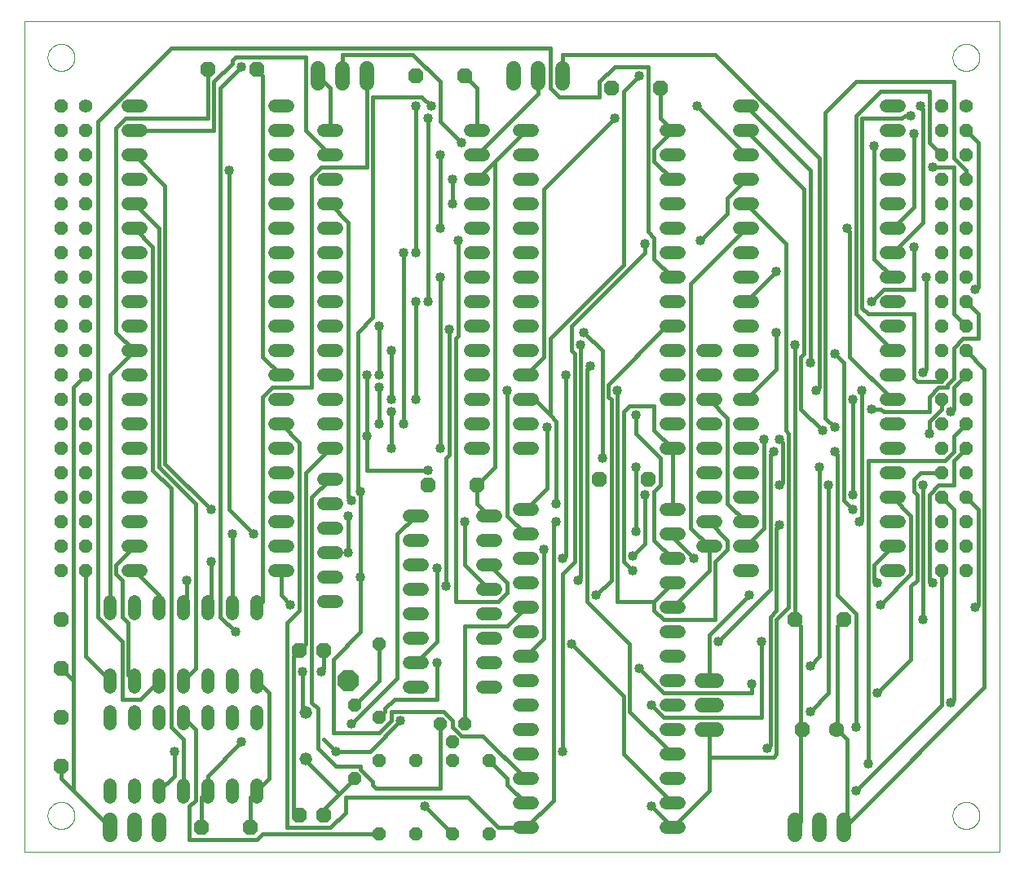
<source format=gbl>
G75*
%MOIN*%
%OFA0B0*%
%FSLAX25Y25*%
%IPPOS*%
%LPD*%
%AMOC8*
5,1,8,0,0,1.08239X$1,22.5*
%
%ADD10C,0.00000*%
%ADD11C,0.05200*%
%ADD12C,0.05600*%
%ADD13OC8,0.05600*%
%ADD14C,0.06000*%
%ADD15C,0.05200*%
%ADD16OC8,0.05200*%
%ADD17OC8,0.06300*%
%ADD18C,0.06300*%
%ADD19OC8,0.08500*%
%ADD20C,0.01600*%
%ADD21C,0.04000*%
D10*
X0001500Y0009721D02*
X0001500Y0349682D01*
X0400201Y0349682D01*
X0400201Y0009721D01*
X0001500Y0009721D01*
X0010988Y0024721D02*
X0010990Y0024869D01*
X0010996Y0025017D01*
X0011006Y0025165D01*
X0011020Y0025312D01*
X0011038Y0025459D01*
X0011059Y0025605D01*
X0011085Y0025751D01*
X0011115Y0025896D01*
X0011148Y0026040D01*
X0011186Y0026183D01*
X0011227Y0026325D01*
X0011272Y0026466D01*
X0011320Y0026606D01*
X0011373Y0026745D01*
X0011429Y0026882D01*
X0011489Y0027017D01*
X0011552Y0027151D01*
X0011619Y0027283D01*
X0011690Y0027413D01*
X0011764Y0027541D01*
X0011841Y0027667D01*
X0011922Y0027791D01*
X0012006Y0027913D01*
X0012093Y0028032D01*
X0012184Y0028149D01*
X0012278Y0028264D01*
X0012374Y0028376D01*
X0012474Y0028486D01*
X0012576Y0028592D01*
X0012682Y0028696D01*
X0012790Y0028797D01*
X0012901Y0028895D01*
X0013014Y0028991D01*
X0013130Y0029083D01*
X0013248Y0029172D01*
X0013369Y0029257D01*
X0013492Y0029340D01*
X0013617Y0029419D01*
X0013744Y0029495D01*
X0013873Y0029567D01*
X0014004Y0029636D01*
X0014137Y0029701D01*
X0014272Y0029762D01*
X0014408Y0029820D01*
X0014545Y0029875D01*
X0014684Y0029925D01*
X0014825Y0029972D01*
X0014966Y0030015D01*
X0015109Y0030055D01*
X0015253Y0030090D01*
X0015397Y0030122D01*
X0015543Y0030149D01*
X0015689Y0030173D01*
X0015836Y0030193D01*
X0015983Y0030209D01*
X0016130Y0030221D01*
X0016278Y0030229D01*
X0016426Y0030233D01*
X0016574Y0030233D01*
X0016722Y0030229D01*
X0016870Y0030221D01*
X0017017Y0030209D01*
X0017164Y0030193D01*
X0017311Y0030173D01*
X0017457Y0030149D01*
X0017603Y0030122D01*
X0017747Y0030090D01*
X0017891Y0030055D01*
X0018034Y0030015D01*
X0018175Y0029972D01*
X0018316Y0029925D01*
X0018455Y0029875D01*
X0018592Y0029820D01*
X0018728Y0029762D01*
X0018863Y0029701D01*
X0018996Y0029636D01*
X0019127Y0029567D01*
X0019256Y0029495D01*
X0019383Y0029419D01*
X0019508Y0029340D01*
X0019631Y0029257D01*
X0019752Y0029172D01*
X0019870Y0029083D01*
X0019986Y0028991D01*
X0020099Y0028895D01*
X0020210Y0028797D01*
X0020318Y0028696D01*
X0020424Y0028592D01*
X0020526Y0028486D01*
X0020626Y0028376D01*
X0020722Y0028264D01*
X0020816Y0028149D01*
X0020907Y0028032D01*
X0020994Y0027913D01*
X0021078Y0027791D01*
X0021159Y0027667D01*
X0021236Y0027541D01*
X0021310Y0027413D01*
X0021381Y0027283D01*
X0021448Y0027151D01*
X0021511Y0027017D01*
X0021571Y0026882D01*
X0021627Y0026745D01*
X0021680Y0026606D01*
X0021728Y0026466D01*
X0021773Y0026325D01*
X0021814Y0026183D01*
X0021852Y0026040D01*
X0021885Y0025896D01*
X0021915Y0025751D01*
X0021941Y0025605D01*
X0021962Y0025459D01*
X0021980Y0025312D01*
X0021994Y0025165D01*
X0022004Y0025017D01*
X0022010Y0024869D01*
X0022012Y0024721D01*
X0022010Y0024573D01*
X0022004Y0024425D01*
X0021994Y0024277D01*
X0021980Y0024130D01*
X0021962Y0023983D01*
X0021941Y0023837D01*
X0021915Y0023691D01*
X0021885Y0023546D01*
X0021852Y0023402D01*
X0021814Y0023259D01*
X0021773Y0023117D01*
X0021728Y0022976D01*
X0021680Y0022836D01*
X0021627Y0022697D01*
X0021571Y0022560D01*
X0021511Y0022425D01*
X0021448Y0022291D01*
X0021381Y0022159D01*
X0021310Y0022029D01*
X0021236Y0021901D01*
X0021159Y0021775D01*
X0021078Y0021651D01*
X0020994Y0021529D01*
X0020907Y0021410D01*
X0020816Y0021293D01*
X0020722Y0021178D01*
X0020626Y0021066D01*
X0020526Y0020956D01*
X0020424Y0020850D01*
X0020318Y0020746D01*
X0020210Y0020645D01*
X0020099Y0020547D01*
X0019986Y0020451D01*
X0019870Y0020359D01*
X0019752Y0020270D01*
X0019631Y0020185D01*
X0019508Y0020102D01*
X0019383Y0020023D01*
X0019256Y0019947D01*
X0019127Y0019875D01*
X0018996Y0019806D01*
X0018863Y0019741D01*
X0018728Y0019680D01*
X0018592Y0019622D01*
X0018455Y0019567D01*
X0018316Y0019517D01*
X0018175Y0019470D01*
X0018034Y0019427D01*
X0017891Y0019387D01*
X0017747Y0019352D01*
X0017603Y0019320D01*
X0017457Y0019293D01*
X0017311Y0019269D01*
X0017164Y0019249D01*
X0017017Y0019233D01*
X0016870Y0019221D01*
X0016722Y0019213D01*
X0016574Y0019209D01*
X0016426Y0019209D01*
X0016278Y0019213D01*
X0016130Y0019221D01*
X0015983Y0019233D01*
X0015836Y0019249D01*
X0015689Y0019269D01*
X0015543Y0019293D01*
X0015397Y0019320D01*
X0015253Y0019352D01*
X0015109Y0019387D01*
X0014966Y0019427D01*
X0014825Y0019470D01*
X0014684Y0019517D01*
X0014545Y0019567D01*
X0014408Y0019622D01*
X0014272Y0019680D01*
X0014137Y0019741D01*
X0014004Y0019806D01*
X0013873Y0019875D01*
X0013744Y0019947D01*
X0013617Y0020023D01*
X0013492Y0020102D01*
X0013369Y0020185D01*
X0013248Y0020270D01*
X0013130Y0020359D01*
X0013014Y0020451D01*
X0012901Y0020547D01*
X0012790Y0020645D01*
X0012682Y0020746D01*
X0012576Y0020850D01*
X0012474Y0020956D01*
X0012374Y0021066D01*
X0012278Y0021178D01*
X0012184Y0021293D01*
X0012093Y0021410D01*
X0012006Y0021529D01*
X0011922Y0021651D01*
X0011841Y0021775D01*
X0011764Y0021901D01*
X0011690Y0022029D01*
X0011619Y0022159D01*
X0011552Y0022291D01*
X0011489Y0022425D01*
X0011429Y0022560D01*
X0011373Y0022697D01*
X0011320Y0022836D01*
X0011272Y0022976D01*
X0011227Y0023117D01*
X0011186Y0023259D01*
X0011148Y0023402D01*
X0011115Y0023546D01*
X0011085Y0023691D01*
X0011059Y0023837D01*
X0011038Y0023983D01*
X0011020Y0024130D01*
X0011006Y0024277D01*
X0010996Y0024425D01*
X0010990Y0024573D01*
X0010988Y0024721D01*
X0010988Y0334721D02*
X0010990Y0334869D01*
X0010996Y0335017D01*
X0011006Y0335165D01*
X0011020Y0335312D01*
X0011038Y0335459D01*
X0011059Y0335605D01*
X0011085Y0335751D01*
X0011115Y0335896D01*
X0011148Y0336040D01*
X0011186Y0336183D01*
X0011227Y0336325D01*
X0011272Y0336466D01*
X0011320Y0336606D01*
X0011373Y0336745D01*
X0011429Y0336882D01*
X0011489Y0337017D01*
X0011552Y0337151D01*
X0011619Y0337283D01*
X0011690Y0337413D01*
X0011764Y0337541D01*
X0011841Y0337667D01*
X0011922Y0337791D01*
X0012006Y0337913D01*
X0012093Y0338032D01*
X0012184Y0338149D01*
X0012278Y0338264D01*
X0012374Y0338376D01*
X0012474Y0338486D01*
X0012576Y0338592D01*
X0012682Y0338696D01*
X0012790Y0338797D01*
X0012901Y0338895D01*
X0013014Y0338991D01*
X0013130Y0339083D01*
X0013248Y0339172D01*
X0013369Y0339257D01*
X0013492Y0339340D01*
X0013617Y0339419D01*
X0013744Y0339495D01*
X0013873Y0339567D01*
X0014004Y0339636D01*
X0014137Y0339701D01*
X0014272Y0339762D01*
X0014408Y0339820D01*
X0014545Y0339875D01*
X0014684Y0339925D01*
X0014825Y0339972D01*
X0014966Y0340015D01*
X0015109Y0340055D01*
X0015253Y0340090D01*
X0015397Y0340122D01*
X0015543Y0340149D01*
X0015689Y0340173D01*
X0015836Y0340193D01*
X0015983Y0340209D01*
X0016130Y0340221D01*
X0016278Y0340229D01*
X0016426Y0340233D01*
X0016574Y0340233D01*
X0016722Y0340229D01*
X0016870Y0340221D01*
X0017017Y0340209D01*
X0017164Y0340193D01*
X0017311Y0340173D01*
X0017457Y0340149D01*
X0017603Y0340122D01*
X0017747Y0340090D01*
X0017891Y0340055D01*
X0018034Y0340015D01*
X0018175Y0339972D01*
X0018316Y0339925D01*
X0018455Y0339875D01*
X0018592Y0339820D01*
X0018728Y0339762D01*
X0018863Y0339701D01*
X0018996Y0339636D01*
X0019127Y0339567D01*
X0019256Y0339495D01*
X0019383Y0339419D01*
X0019508Y0339340D01*
X0019631Y0339257D01*
X0019752Y0339172D01*
X0019870Y0339083D01*
X0019986Y0338991D01*
X0020099Y0338895D01*
X0020210Y0338797D01*
X0020318Y0338696D01*
X0020424Y0338592D01*
X0020526Y0338486D01*
X0020626Y0338376D01*
X0020722Y0338264D01*
X0020816Y0338149D01*
X0020907Y0338032D01*
X0020994Y0337913D01*
X0021078Y0337791D01*
X0021159Y0337667D01*
X0021236Y0337541D01*
X0021310Y0337413D01*
X0021381Y0337283D01*
X0021448Y0337151D01*
X0021511Y0337017D01*
X0021571Y0336882D01*
X0021627Y0336745D01*
X0021680Y0336606D01*
X0021728Y0336466D01*
X0021773Y0336325D01*
X0021814Y0336183D01*
X0021852Y0336040D01*
X0021885Y0335896D01*
X0021915Y0335751D01*
X0021941Y0335605D01*
X0021962Y0335459D01*
X0021980Y0335312D01*
X0021994Y0335165D01*
X0022004Y0335017D01*
X0022010Y0334869D01*
X0022012Y0334721D01*
X0022010Y0334573D01*
X0022004Y0334425D01*
X0021994Y0334277D01*
X0021980Y0334130D01*
X0021962Y0333983D01*
X0021941Y0333837D01*
X0021915Y0333691D01*
X0021885Y0333546D01*
X0021852Y0333402D01*
X0021814Y0333259D01*
X0021773Y0333117D01*
X0021728Y0332976D01*
X0021680Y0332836D01*
X0021627Y0332697D01*
X0021571Y0332560D01*
X0021511Y0332425D01*
X0021448Y0332291D01*
X0021381Y0332159D01*
X0021310Y0332029D01*
X0021236Y0331901D01*
X0021159Y0331775D01*
X0021078Y0331651D01*
X0020994Y0331529D01*
X0020907Y0331410D01*
X0020816Y0331293D01*
X0020722Y0331178D01*
X0020626Y0331066D01*
X0020526Y0330956D01*
X0020424Y0330850D01*
X0020318Y0330746D01*
X0020210Y0330645D01*
X0020099Y0330547D01*
X0019986Y0330451D01*
X0019870Y0330359D01*
X0019752Y0330270D01*
X0019631Y0330185D01*
X0019508Y0330102D01*
X0019383Y0330023D01*
X0019256Y0329947D01*
X0019127Y0329875D01*
X0018996Y0329806D01*
X0018863Y0329741D01*
X0018728Y0329680D01*
X0018592Y0329622D01*
X0018455Y0329567D01*
X0018316Y0329517D01*
X0018175Y0329470D01*
X0018034Y0329427D01*
X0017891Y0329387D01*
X0017747Y0329352D01*
X0017603Y0329320D01*
X0017457Y0329293D01*
X0017311Y0329269D01*
X0017164Y0329249D01*
X0017017Y0329233D01*
X0016870Y0329221D01*
X0016722Y0329213D01*
X0016574Y0329209D01*
X0016426Y0329209D01*
X0016278Y0329213D01*
X0016130Y0329221D01*
X0015983Y0329233D01*
X0015836Y0329249D01*
X0015689Y0329269D01*
X0015543Y0329293D01*
X0015397Y0329320D01*
X0015253Y0329352D01*
X0015109Y0329387D01*
X0014966Y0329427D01*
X0014825Y0329470D01*
X0014684Y0329517D01*
X0014545Y0329567D01*
X0014408Y0329622D01*
X0014272Y0329680D01*
X0014137Y0329741D01*
X0014004Y0329806D01*
X0013873Y0329875D01*
X0013744Y0329947D01*
X0013617Y0330023D01*
X0013492Y0330102D01*
X0013369Y0330185D01*
X0013248Y0330270D01*
X0013130Y0330359D01*
X0013014Y0330451D01*
X0012901Y0330547D01*
X0012790Y0330645D01*
X0012682Y0330746D01*
X0012576Y0330850D01*
X0012474Y0330956D01*
X0012374Y0331066D01*
X0012278Y0331178D01*
X0012184Y0331293D01*
X0012093Y0331410D01*
X0012006Y0331529D01*
X0011922Y0331651D01*
X0011841Y0331775D01*
X0011764Y0331901D01*
X0011690Y0332029D01*
X0011619Y0332159D01*
X0011552Y0332291D01*
X0011489Y0332425D01*
X0011429Y0332560D01*
X0011373Y0332697D01*
X0011320Y0332836D01*
X0011272Y0332976D01*
X0011227Y0333117D01*
X0011186Y0333259D01*
X0011148Y0333402D01*
X0011115Y0333546D01*
X0011085Y0333691D01*
X0011059Y0333837D01*
X0011038Y0333983D01*
X0011020Y0334130D01*
X0011006Y0334277D01*
X0010996Y0334425D01*
X0010990Y0334573D01*
X0010988Y0334721D01*
X0380988Y0334721D02*
X0380990Y0334869D01*
X0380996Y0335017D01*
X0381006Y0335165D01*
X0381020Y0335312D01*
X0381038Y0335459D01*
X0381059Y0335605D01*
X0381085Y0335751D01*
X0381115Y0335896D01*
X0381148Y0336040D01*
X0381186Y0336183D01*
X0381227Y0336325D01*
X0381272Y0336466D01*
X0381320Y0336606D01*
X0381373Y0336745D01*
X0381429Y0336882D01*
X0381489Y0337017D01*
X0381552Y0337151D01*
X0381619Y0337283D01*
X0381690Y0337413D01*
X0381764Y0337541D01*
X0381841Y0337667D01*
X0381922Y0337791D01*
X0382006Y0337913D01*
X0382093Y0338032D01*
X0382184Y0338149D01*
X0382278Y0338264D01*
X0382374Y0338376D01*
X0382474Y0338486D01*
X0382576Y0338592D01*
X0382682Y0338696D01*
X0382790Y0338797D01*
X0382901Y0338895D01*
X0383014Y0338991D01*
X0383130Y0339083D01*
X0383248Y0339172D01*
X0383369Y0339257D01*
X0383492Y0339340D01*
X0383617Y0339419D01*
X0383744Y0339495D01*
X0383873Y0339567D01*
X0384004Y0339636D01*
X0384137Y0339701D01*
X0384272Y0339762D01*
X0384408Y0339820D01*
X0384545Y0339875D01*
X0384684Y0339925D01*
X0384825Y0339972D01*
X0384966Y0340015D01*
X0385109Y0340055D01*
X0385253Y0340090D01*
X0385397Y0340122D01*
X0385543Y0340149D01*
X0385689Y0340173D01*
X0385836Y0340193D01*
X0385983Y0340209D01*
X0386130Y0340221D01*
X0386278Y0340229D01*
X0386426Y0340233D01*
X0386574Y0340233D01*
X0386722Y0340229D01*
X0386870Y0340221D01*
X0387017Y0340209D01*
X0387164Y0340193D01*
X0387311Y0340173D01*
X0387457Y0340149D01*
X0387603Y0340122D01*
X0387747Y0340090D01*
X0387891Y0340055D01*
X0388034Y0340015D01*
X0388175Y0339972D01*
X0388316Y0339925D01*
X0388455Y0339875D01*
X0388592Y0339820D01*
X0388728Y0339762D01*
X0388863Y0339701D01*
X0388996Y0339636D01*
X0389127Y0339567D01*
X0389256Y0339495D01*
X0389383Y0339419D01*
X0389508Y0339340D01*
X0389631Y0339257D01*
X0389752Y0339172D01*
X0389870Y0339083D01*
X0389986Y0338991D01*
X0390099Y0338895D01*
X0390210Y0338797D01*
X0390318Y0338696D01*
X0390424Y0338592D01*
X0390526Y0338486D01*
X0390626Y0338376D01*
X0390722Y0338264D01*
X0390816Y0338149D01*
X0390907Y0338032D01*
X0390994Y0337913D01*
X0391078Y0337791D01*
X0391159Y0337667D01*
X0391236Y0337541D01*
X0391310Y0337413D01*
X0391381Y0337283D01*
X0391448Y0337151D01*
X0391511Y0337017D01*
X0391571Y0336882D01*
X0391627Y0336745D01*
X0391680Y0336606D01*
X0391728Y0336466D01*
X0391773Y0336325D01*
X0391814Y0336183D01*
X0391852Y0336040D01*
X0391885Y0335896D01*
X0391915Y0335751D01*
X0391941Y0335605D01*
X0391962Y0335459D01*
X0391980Y0335312D01*
X0391994Y0335165D01*
X0392004Y0335017D01*
X0392010Y0334869D01*
X0392012Y0334721D01*
X0392010Y0334573D01*
X0392004Y0334425D01*
X0391994Y0334277D01*
X0391980Y0334130D01*
X0391962Y0333983D01*
X0391941Y0333837D01*
X0391915Y0333691D01*
X0391885Y0333546D01*
X0391852Y0333402D01*
X0391814Y0333259D01*
X0391773Y0333117D01*
X0391728Y0332976D01*
X0391680Y0332836D01*
X0391627Y0332697D01*
X0391571Y0332560D01*
X0391511Y0332425D01*
X0391448Y0332291D01*
X0391381Y0332159D01*
X0391310Y0332029D01*
X0391236Y0331901D01*
X0391159Y0331775D01*
X0391078Y0331651D01*
X0390994Y0331529D01*
X0390907Y0331410D01*
X0390816Y0331293D01*
X0390722Y0331178D01*
X0390626Y0331066D01*
X0390526Y0330956D01*
X0390424Y0330850D01*
X0390318Y0330746D01*
X0390210Y0330645D01*
X0390099Y0330547D01*
X0389986Y0330451D01*
X0389870Y0330359D01*
X0389752Y0330270D01*
X0389631Y0330185D01*
X0389508Y0330102D01*
X0389383Y0330023D01*
X0389256Y0329947D01*
X0389127Y0329875D01*
X0388996Y0329806D01*
X0388863Y0329741D01*
X0388728Y0329680D01*
X0388592Y0329622D01*
X0388455Y0329567D01*
X0388316Y0329517D01*
X0388175Y0329470D01*
X0388034Y0329427D01*
X0387891Y0329387D01*
X0387747Y0329352D01*
X0387603Y0329320D01*
X0387457Y0329293D01*
X0387311Y0329269D01*
X0387164Y0329249D01*
X0387017Y0329233D01*
X0386870Y0329221D01*
X0386722Y0329213D01*
X0386574Y0329209D01*
X0386426Y0329209D01*
X0386278Y0329213D01*
X0386130Y0329221D01*
X0385983Y0329233D01*
X0385836Y0329249D01*
X0385689Y0329269D01*
X0385543Y0329293D01*
X0385397Y0329320D01*
X0385253Y0329352D01*
X0385109Y0329387D01*
X0384966Y0329427D01*
X0384825Y0329470D01*
X0384684Y0329517D01*
X0384545Y0329567D01*
X0384408Y0329622D01*
X0384272Y0329680D01*
X0384137Y0329741D01*
X0384004Y0329806D01*
X0383873Y0329875D01*
X0383744Y0329947D01*
X0383617Y0330023D01*
X0383492Y0330102D01*
X0383369Y0330185D01*
X0383248Y0330270D01*
X0383130Y0330359D01*
X0383014Y0330451D01*
X0382901Y0330547D01*
X0382790Y0330645D01*
X0382682Y0330746D01*
X0382576Y0330850D01*
X0382474Y0330956D01*
X0382374Y0331066D01*
X0382278Y0331178D01*
X0382184Y0331293D01*
X0382093Y0331410D01*
X0382006Y0331529D01*
X0381922Y0331651D01*
X0381841Y0331775D01*
X0381764Y0331901D01*
X0381690Y0332029D01*
X0381619Y0332159D01*
X0381552Y0332291D01*
X0381489Y0332425D01*
X0381429Y0332560D01*
X0381373Y0332697D01*
X0381320Y0332836D01*
X0381272Y0332976D01*
X0381227Y0333117D01*
X0381186Y0333259D01*
X0381148Y0333402D01*
X0381115Y0333546D01*
X0381085Y0333691D01*
X0381059Y0333837D01*
X0381038Y0333983D01*
X0381020Y0334130D01*
X0381006Y0334277D01*
X0380996Y0334425D01*
X0380990Y0334573D01*
X0380988Y0334721D01*
X0380988Y0024721D02*
X0380990Y0024869D01*
X0380996Y0025017D01*
X0381006Y0025165D01*
X0381020Y0025312D01*
X0381038Y0025459D01*
X0381059Y0025605D01*
X0381085Y0025751D01*
X0381115Y0025896D01*
X0381148Y0026040D01*
X0381186Y0026183D01*
X0381227Y0026325D01*
X0381272Y0026466D01*
X0381320Y0026606D01*
X0381373Y0026745D01*
X0381429Y0026882D01*
X0381489Y0027017D01*
X0381552Y0027151D01*
X0381619Y0027283D01*
X0381690Y0027413D01*
X0381764Y0027541D01*
X0381841Y0027667D01*
X0381922Y0027791D01*
X0382006Y0027913D01*
X0382093Y0028032D01*
X0382184Y0028149D01*
X0382278Y0028264D01*
X0382374Y0028376D01*
X0382474Y0028486D01*
X0382576Y0028592D01*
X0382682Y0028696D01*
X0382790Y0028797D01*
X0382901Y0028895D01*
X0383014Y0028991D01*
X0383130Y0029083D01*
X0383248Y0029172D01*
X0383369Y0029257D01*
X0383492Y0029340D01*
X0383617Y0029419D01*
X0383744Y0029495D01*
X0383873Y0029567D01*
X0384004Y0029636D01*
X0384137Y0029701D01*
X0384272Y0029762D01*
X0384408Y0029820D01*
X0384545Y0029875D01*
X0384684Y0029925D01*
X0384825Y0029972D01*
X0384966Y0030015D01*
X0385109Y0030055D01*
X0385253Y0030090D01*
X0385397Y0030122D01*
X0385543Y0030149D01*
X0385689Y0030173D01*
X0385836Y0030193D01*
X0385983Y0030209D01*
X0386130Y0030221D01*
X0386278Y0030229D01*
X0386426Y0030233D01*
X0386574Y0030233D01*
X0386722Y0030229D01*
X0386870Y0030221D01*
X0387017Y0030209D01*
X0387164Y0030193D01*
X0387311Y0030173D01*
X0387457Y0030149D01*
X0387603Y0030122D01*
X0387747Y0030090D01*
X0387891Y0030055D01*
X0388034Y0030015D01*
X0388175Y0029972D01*
X0388316Y0029925D01*
X0388455Y0029875D01*
X0388592Y0029820D01*
X0388728Y0029762D01*
X0388863Y0029701D01*
X0388996Y0029636D01*
X0389127Y0029567D01*
X0389256Y0029495D01*
X0389383Y0029419D01*
X0389508Y0029340D01*
X0389631Y0029257D01*
X0389752Y0029172D01*
X0389870Y0029083D01*
X0389986Y0028991D01*
X0390099Y0028895D01*
X0390210Y0028797D01*
X0390318Y0028696D01*
X0390424Y0028592D01*
X0390526Y0028486D01*
X0390626Y0028376D01*
X0390722Y0028264D01*
X0390816Y0028149D01*
X0390907Y0028032D01*
X0390994Y0027913D01*
X0391078Y0027791D01*
X0391159Y0027667D01*
X0391236Y0027541D01*
X0391310Y0027413D01*
X0391381Y0027283D01*
X0391448Y0027151D01*
X0391511Y0027017D01*
X0391571Y0026882D01*
X0391627Y0026745D01*
X0391680Y0026606D01*
X0391728Y0026466D01*
X0391773Y0026325D01*
X0391814Y0026183D01*
X0391852Y0026040D01*
X0391885Y0025896D01*
X0391915Y0025751D01*
X0391941Y0025605D01*
X0391962Y0025459D01*
X0391980Y0025312D01*
X0391994Y0025165D01*
X0392004Y0025017D01*
X0392010Y0024869D01*
X0392012Y0024721D01*
X0392010Y0024573D01*
X0392004Y0024425D01*
X0391994Y0024277D01*
X0391980Y0024130D01*
X0391962Y0023983D01*
X0391941Y0023837D01*
X0391915Y0023691D01*
X0391885Y0023546D01*
X0391852Y0023402D01*
X0391814Y0023259D01*
X0391773Y0023117D01*
X0391728Y0022976D01*
X0391680Y0022836D01*
X0391627Y0022697D01*
X0391571Y0022560D01*
X0391511Y0022425D01*
X0391448Y0022291D01*
X0391381Y0022159D01*
X0391310Y0022029D01*
X0391236Y0021901D01*
X0391159Y0021775D01*
X0391078Y0021651D01*
X0390994Y0021529D01*
X0390907Y0021410D01*
X0390816Y0021293D01*
X0390722Y0021178D01*
X0390626Y0021066D01*
X0390526Y0020956D01*
X0390424Y0020850D01*
X0390318Y0020746D01*
X0390210Y0020645D01*
X0390099Y0020547D01*
X0389986Y0020451D01*
X0389870Y0020359D01*
X0389752Y0020270D01*
X0389631Y0020185D01*
X0389508Y0020102D01*
X0389383Y0020023D01*
X0389256Y0019947D01*
X0389127Y0019875D01*
X0388996Y0019806D01*
X0388863Y0019741D01*
X0388728Y0019680D01*
X0388592Y0019622D01*
X0388455Y0019567D01*
X0388316Y0019517D01*
X0388175Y0019470D01*
X0388034Y0019427D01*
X0387891Y0019387D01*
X0387747Y0019352D01*
X0387603Y0019320D01*
X0387457Y0019293D01*
X0387311Y0019269D01*
X0387164Y0019249D01*
X0387017Y0019233D01*
X0386870Y0019221D01*
X0386722Y0019213D01*
X0386574Y0019209D01*
X0386426Y0019209D01*
X0386278Y0019213D01*
X0386130Y0019221D01*
X0385983Y0019233D01*
X0385836Y0019249D01*
X0385689Y0019269D01*
X0385543Y0019293D01*
X0385397Y0019320D01*
X0385253Y0019352D01*
X0385109Y0019387D01*
X0384966Y0019427D01*
X0384825Y0019470D01*
X0384684Y0019517D01*
X0384545Y0019567D01*
X0384408Y0019622D01*
X0384272Y0019680D01*
X0384137Y0019741D01*
X0384004Y0019806D01*
X0383873Y0019875D01*
X0383744Y0019947D01*
X0383617Y0020023D01*
X0383492Y0020102D01*
X0383369Y0020185D01*
X0383248Y0020270D01*
X0383130Y0020359D01*
X0383014Y0020451D01*
X0382901Y0020547D01*
X0382790Y0020645D01*
X0382682Y0020746D01*
X0382576Y0020850D01*
X0382474Y0020956D01*
X0382374Y0021066D01*
X0382278Y0021178D01*
X0382184Y0021293D01*
X0382093Y0021410D01*
X0382006Y0021529D01*
X0381922Y0021651D01*
X0381841Y0021775D01*
X0381764Y0021901D01*
X0381690Y0022029D01*
X0381619Y0022159D01*
X0381552Y0022291D01*
X0381489Y0022425D01*
X0381429Y0022560D01*
X0381373Y0022697D01*
X0381320Y0022836D01*
X0381272Y0022976D01*
X0381227Y0023117D01*
X0381186Y0023259D01*
X0381148Y0023402D01*
X0381115Y0023546D01*
X0381085Y0023691D01*
X0381059Y0023837D01*
X0381038Y0023983D01*
X0381020Y0024130D01*
X0381006Y0024277D01*
X0380996Y0024425D01*
X0380990Y0024573D01*
X0380988Y0024721D01*
D11*
X0359100Y0124721D02*
X0353900Y0124721D01*
X0353900Y0134721D02*
X0359100Y0134721D01*
X0359100Y0144721D02*
X0353900Y0144721D01*
X0353900Y0154721D02*
X0359100Y0154721D01*
X0359100Y0164721D02*
X0353900Y0164721D01*
X0353900Y0174721D02*
X0359100Y0174721D01*
X0359100Y0184721D02*
X0353900Y0184721D01*
X0353900Y0194721D02*
X0359100Y0194721D01*
X0359100Y0204721D02*
X0353900Y0204721D01*
X0353900Y0214721D02*
X0359100Y0214721D01*
X0359100Y0224721D02*
X0353900Y0224721D01*
X0353900Y0234721D02*
X0359100Y0234721D01*
X0359100Y0244721D02*
X0353900Y0244721D01*
X0353900Y0254721D02*
X0359100Y0254721D01*
X0359100Y0264721D02*
X0353900Y0264721D01*
X0353900Y0274721D02*
X0359100Y0274721D01*
X0359100Y0284721D02*
X0353900Y0284721D01*
X0353900Y0294721D02*
X0359100Y0294721D01*
X0359100Y0304721D02*
X0353900Y0304721D01*
X0353900Y0314721D02*
X0359100Y0314721D01*
X0299100Y0314721D02*
X0293900Y0314721D01*
X0293900Y0304721D02*
X0299100Y0304721D01*
X0299100Y0294721D02*
X0293900Y0294721D01*
X0293900Y0284721D02*
X0299100Y0284721D01*
X0299100Y0274721D02*
X0293900Y0274721D01*
X0293900Y0264721D02*
X0299100Y0264721D01*
X0299100Y0254721D02*
X0293900Y0254721D01*
X0293900Y0244721D02*
X0299100Y0244721D01*
X0299100Y0234721D02*
X0293900Y0234721D01*
X0293900Y0224721D02*
X0299100Y0224721D01*
X0299100Y0214721D02*
X0293900Y0214721D01*
X0284100Y0214721D02*
X0278900Y0214721D01*
X0269100Y0214721D02*
X0263900Y0214721D01*
X0263900Y0224721D02*
X0269100Y0224721D01*
X0269100Y0234721D02*
X0263900Y0234721D01*
X0263900Y0244721D02*
X0269100Y0244721D01*
X0269100Y0254721D02*
X0263900Y0254721D01*
X0263900Y0264721D02*
X0269100Y0264721D01*
X0269100Y0274721D02*
X0263900Y0274721D01*
X0263900Y0284721D02*
X0269100Y0284721D01*
X0269100Y0294721D02*
X0263900Y0294721D01*
X0263900Y0304721D02*
X0269100Y0304721D01*
X0209100Y0304721D02*
X0203900Y0304721D01*
X0203900Y0294721D02*
X0209100Y0294721D01*
X0209100Y0284721D02*
X0203900Y0284721D01*
X0203900Y0274721D02*
X0209100Y0274721D01*
X0209100Y0264721D02*
X0203900Y0264721D01*
X0203900Y0254721D02*
X0209100Y0254721D01*
X0209100Y0244721D02*
X0203900Y0244721D01*
X0203900Y0234721D02*
X0209100Y0234721D01*
X0209100Y0224721D02*
X0203900Y0224721D01*
X0203900Y0214721D02*
X0209100Y0214721D01*
X0209100Y0204721D02*
X0203900Y0204721D01*
X0203900Y0194721D02*
X0209100Y0194721D01*
X0209100Y0184721D02*
X0203900Y0184721D01*
X0203900Y0174721D02*
X0209100Y0174721D01*
X0189100Y0174721D02*
X0183900Y0174721D01*
X0183900Y0184721D02*
X0189100Y0184721D01*
X0189100Y0194721D02*
X0183900Y0194721D01*
X0183900Y0204721D02*
X0189100Y0204721D01*
X0189100Y0214721D02*
X0183900Y0214721D01*
X0183900Y0224721D02*
X0189100Y0224721D01*
X0189100Y0234721D02*
X0183900Y0234721D01*
X0183900Y0244721D02*
X0189100Y0244721D01*
X0189100Y0254721D02*
X0183900Y0254721D01*
X0183900Y0264721D02*
X0189100Y0264721D01*
X0189100Y0274721D02*
X0183900Y0274721D01*
X0183900Y0284721D02*
X0189100Y0284721D01*
X0189100Y0294721D02*
X0183900Y0294721D01*
X0183900Y0304721D02*
X0189100Y0304721D01*
X0129100Y0304721D02*
X0123900Y0304721D01*
X0123900Y0294721D02*
X0129100Y0294721D01*
X0129100Y0284721D02*
X0123900Y0284721D01*
X0123900Y0274721D02*
X0129100Y0274721D01*
X0129100Y0264721D02*
X0123900Y0264721D01*
X0123900Y0254721D02*
X0129100Y0254721D01*
X0129100Y0244721D02*
X0123900Y0244721D01*
X0123900Y0234721D02*
X0129100Y0234721D01*
X0129100Y0224721D02*
X0123900Y0224721D01*
X0123900Y0214721D02*
X0129100Y0214721D01*
X0129100Y0204721D02*
X0123900Y0204721D01*
X0123900Y0194721D02*
X0129100Y0194721D01*
X0129100Y0184721D02*
X0123900Y0184721D01*
X0123900Y0174721D02*
X0129100Y0174721D01*
X0129100Y0162221D02*
X0123900Y0162221D01*
X0123900Y0152221D02*
X0129100Y0152221D01*
X0129100Y0142221D02*
X0123900Y0142221D01*
X0123900Y0132221D02*
X0129100Y0132221D01*
X0129100Y0122221D02*
X0123900Y0122221D01*
X0123900Y0112221D02*
X0129100Y0112221D01*
X0109100Y0124721D02*
X0103900Y0124721D01*
X0103900Y0134721D02*
X0109100Y0134721D01*
X0109100Y0144721D02*
X0103900Y0144721D01*
X0103900Y0154721D02*
X0109100Y0154721D01*
X0109100Y0164721D02*
X0103900Y0164721D01*
X0103900Y0174721D02*
X0109100Y0174721D01*
X0109100Y0184721D02*
X0103900Y0184721D01*
X0103900Y0194721D02*
X0109100Y0194721D01*
X0109100Y0204721D02*
X0103900Y0204721D01*
X0103900Y0214721D02*
X0109100Y0214721D01*
X0109100Y0224721D02*
X0103900Y0224721D01*
X0103900Y0234721D02*
X0109100Y0234721D01*
X0109100Y0244721D02*
X0103900Y0244721D01*
X0103900Y0254721D02*
X0109100Y0254721D01*
X0109100Y0264721D02*
X0103900Y0264721D01*
X0103900Y0274721D02*
X0109100Y0274721D01*
X0109100Y0284721D02*
X0103900Y0284721D01*
X0103900Y0294721D02*
X0109100Y0294721D01*
X0109100Y0304721D02*
X0103900Y0304721D01*
X0103900Y0314721D02*
X0109100Y0314721D01*
X0049100Y0314721D02*
X0043900Y0314721D01*
X0043900Y0304721D02*
X0049100Y0304721D01*
X0049100Y0294721D02*
X0043900Y0294721D01*
X0043900Y0284721D02*
X0049100Y0284721D01*
X0049100Y0274721D02*
X0043900Y0274721D01*
X0043900Y0264721D02*
X0049100Y0264721D01*
X0049100Y0254721D02*
X0043900Y0254721D01*
X0043900Y0244721D02*
X0049100Y0244721D01*
X0049100Y0234721D02*
X0043900Y0234721D01*
X0043900Y0224721D02*
X0049100Y0224721D01*
X0049100Y0214721D02*
X0043900Y0214721D01*
X0043900Y0204721D02*
X0049100Y0204721D01*
X0049100Y0194721D02*
X0043900Y0194721D01*
X0043900Y0184721D02*
X0049100Y0184721D01*
X0049100Y0174721D02*
X0043900Y0174721D01*
X0043900Y0164721D02*
X0049100Y0164721D01*
X0049100Y0154721D02*
X0043900Y0154721D01*
X0043900Y0144721D02*
X0049100Y0144721D01*
X0049100Y0134721D02*
X0043900Y0134721D01*
X0043900Y0124721D02*
X0049100Y0124721D01*
X0046500Y0112321D02*
X0046500Y0107121D01*
X0036500Y0107121D02*
X0036500Y0112321D01*
X0056500Y0112321D02*
X0056500Y0107121D01*
X0066500Y0107121D02*
X0066500Y0112321D01*
X0076500Y0112321D02*
X0076500Y0107121D01*
X0086500Y0107121D02*
X0086500Y0112321D01*
X0096500Y0112321D02*
X0096500Y0107121D01*
X0096500Y0082321D02*
X0096500Y0077121D01*
X0096500Y0067321D02*
X0096500Y0062121D01*
X0086500Y0062121D02*
X0086500Y0067321D01*
X0086500Y0077121D02*
X0086500Y0082321D01*
X0076500Y0082321D02*
X0076500Y0077121D01*
X0076500Y0067321D02*
X0076500Y0062121D01*
X0066500Y0062121D02*
X0066500Y0067321D01*
X0066500Y0077121D02*
X0066500Y0082321D01*
X0056500Y0082321D02*
X0056500Y0077121D01*
X0056500Y0067321D02*
X0056500Y0062121D01*
X0046500Y0062121D02*
X0046500Y0067321D01*
X0046500Y0077121D02*
X0046500Y0082321D01*
X0036500Y0082321D02*
X0036500Y0077121D01*
X0036500Y0067321D02*
X0036500Y0062121D01*
X0036500Y0037321D02*
X0036500Y0032121D01*
X0046500Y0032121D02*
X0046500Y0037321D01*
X0056500Y0037321D02*
X0056500Y0032121D01*
X0066500Y0032121D02*
X0066500Y0037321D01*
X0076500Y0037321D02*
X0076500Y0032121D01*
X0086500Y0032121D02*
X0086500Y0037321D01*
X0096500Y0037321D02*
X0096500Y0032121D01*
X0158900Y0077221D02*
X0164100Y0077221D01*
X0164100Y0087221D02*
X0158900Y0087221D01*
X0158900Y0097221D02*
X0164100Y0097221D01*
X0164100Y0107221D02*
X0158900Y0107221D01*
X0158900Y0117221D02*
X0164100Y0117221D01*
X0164100Y0127221D02*
X0158900Y0127221D01*
X0158900Y0137221D02*
X0164100Y0137221D01*
X0164100Y0147221D02*
X0158900Y0147221D01*
X0188900Y0147221D02*
X0194100Y0147221D01*
X0194100Y0137221D02*
X0188900Y0137221D01*
X0188900Y0127221D02*
X0194100Y0127221D01*
X0203900Y0129721D02*
X0209100Y0129721D01*
X0209100Y0119721D02*
X0203900Y0119721D01*
X0194100Y0117221D02*
X0188900Y0117221D01*
X0188900Y0107221D02*
X0194100Y0107221D01*
X0203900Y0109721D02*
X0209100Y0109721D01*
X0209100Y0099721D02*
X0203900Y0099721D01*
X0194100Y0097221D02*
X0188900Y0097221D01*
X0188900Y0087221D02*
X0194100Y0087221D01*
X0194100Y0077221D02*
X0188900Y0077221D01*
X0203900Y0079721D02*
X0209100Y0079721D01*
X0209100Y0089721D02*
X0203900Y0089721D01*
X0203900Y0069721D02*
X0209100Y0069721D01*
X0209100Y0059721D02*
X0203900Y0059721D01*
X0203900Y0049721D02*
X0209100Y0049721D01*
X0209100Y0039721D02*
X0203900Y0039721D01*
X0203900Y0029721D02*
X0209100Y0029721D01*
X0209100Y0019721D02*
X0203900Y0019721D01*
X0263900Y0019721D02*
X0269100Y0019721D01*
X0269100Y0029721D02*
X0263900Y0029721D01*
X0263900Y0039721D02*
X0269100Y0039721D01*
X0269100Y0049721D02*
X0263900Y0049721D01*
X0263900Y0059721D02*
X0269100Y0059721D01*
X0269100Y0069721D02*
X0263900Y0069721D01*
X0263900Y0079721D02*
X0269100Y0079721D01*
X0269100Y0089721D02*
X0263900Y0089721D01*
X0263900Y0099721D02*
X0269100Y0099721D01*
X0269100Y0109721D02*
X0263900Y0109721D01*
X0263900Y0119721D02*
X0269100Y0119721D01*
X0269100Y0129721D02*
X0263900Y0129721D01*
X0263900Y0139721D02*
X0269100Y0139721D01*
X0269100Y0149721D02*
X0263900Y0149721D01*
X0278900Y0154721D02*
X0284100Y0154721D01*
X0293900Y0154721D02*
X0299100Y0154721D01*
X0299100Y0164721D02*
X0293900Y0164721D01*
X0284100Y0164721D02*
X0278900Y0164721D01*
X0278900Y0174721D02*
X0284100Y0174721D01*
X0293900Y0174721D02*
X0299100Y0174721D01*
X0299100Y0184721D02*
X0293900Y0184721D01*
X0284100Y0184721D02*
X0278900Y0184721D01*
X0269100Y0184721D02*
X0263900Y0184721D01*
X0263900Y0194721D02*
X0269100Y0194721D01*
X0278900Y0194721D02*
X0284100Y0194721D01*
X0293900Y0194721D02*
X0299100Y0194721D01*
X0299100Y0204721D02*
X0293900Y0204721D01*
X0284100Y0204721D02*
X0278900Y0204721D01*
X0269100Y0204721D02*
X0263900Y0204721D01*
X0263900Y0174721D02*
X0269100Y0174721D01*
X0278900Y0144721D02*
X0284100Y0144721D01*
X0293900Y0144721D02*
X0299100Y0144721D01*
X0299100Y0134721D02*
X0293900Y0134721D01*
X0284100Y0134721D02*
X0278900Y0134721D01*
X0293900Y0124721D02*
X0299100Y0124721D01*
X0209100Y0139721D02*
X0203900Y0139721D01*
X0203900Y0149721D02*
X0209100Y0149721D01*
D12*
X0386500Y0314721D03*
X0026500Y0314721D03*
D13*
X0016500Y0314721D03*
X0016500Y0304721D03*
X0026500Y0304721D03*
X0026500Y0294721D03*
X0016500Y0294721D03*
X0016500Y0284721D03*
X0026500Y0284721D03*
X0026500Y0274721D03*
X0016500Y0274721D03*
X0016500Y0264721D03*
X0026500Y0264721D03*
X0026500Y0254721D03*
X0016500Y0254721D03*
X0016500Y0244721D03*
X0026500Y0244721D03*
X0026500Y0234721D03*
X0016500Y0234721D03*
X0016500Y0224721D03*
X0026500Y0224721D03*
X0026500Y0214721D03*
X0016500Y0214721D03*
X0016500Y0204721D03*
X0026500Y0204721D03*
X0026500Y0194721D03*
X0016500Y0194721D03*
X0016500Y0184721D03*
X0026500Y0184721D03*
X0026500Y0174721D03*
X0016500Y0174721D03*
X0016500Y0164721D03*
X0026500Y0164721D03*
X0026500Y0154721D03*
X0016500Y0154721D03*
X0016500Y0144721D03*
X0026500Y0144721D03*
X0026500Y0134721D03*
X0016500Y0134721D03*
X0016500Y0124721D03*
X0026500Y0124721D03*
X0376500Y0124721D03*
X0386500Y0124721D03*
X0386500Y0134721D03*
X0376500Y0134721D03*
X0376500Y0144721D03*
X0386500Y0144721D03*
X0386500Y0154721D03*
X0386500Y0164721D03*
X0376500Y0164721D03*
X0376500Y0154721D03*
X0376500Y0174721D03*
X0386500Y0174721D03*
X0386500Y0184721D03*
X0376500Y0184721D03*
X0376500Y0194721D03*
X0386500Y0194721D03*
X0386500Y0204721D03*
X0376500Y0204721D03*
X0376500Y0214721D03*
X0386500Y0214721D03*
X0386500Y0224721D03*
X0386500Y0234721D03*
X0376500Y0234721D03*
X0376500Y0224721D03*
X0376500Y0244721D03*
X0386500Y0244721D03*
X0386500Y0254721D03*
X0376500Y0254721D03*
X0376500Y0264721D03*
X0386500Y0264721D03*
X0386500Y0274721D03*
X0376500Y0274721D03*
X0376500Y0284721D03*
X0386500Y0284721D03*
X0386500Y0294721D03*
X0386500Y0304721D03*
X0376500Y0304721D03*
X0376500Y0294721D03*
X0376500Y0314721D03*
D14*
X0221500Y0324221D02*
X0221500Y0330221D01*
X0211500Y0330221D02*
X0211500Y0324221D01*
X0201500Y0324221D02*
X0201500Y0330221D01*
X0141500Y0330221D02*
X0141500Y0324221D01*
X0131500Y0324221D02*
X0131500Y0330221D01*
X0121500Y0330221D02*
X0121500Y0324221D01*
X0278500Y0079721D02*
X0284500Y0079721D01*
X0284500Y0069721D02*
X0278500Y0069721D01*
X0278500Y0059721D02*
X0284500Y0059721D01*
X0316500Y0022721D02*
X0316500Y0016721D01*
X0326500Y0016721D02*
X0326500Y0022721D01*
X0336500Y0022721D02*
X0336500Y0016721D01*
X0056500Y0016721D02*
X0056500Y0022721D01*
X0046500Y0022721D02*
X0046500Y0016721D01*
X0036500Y0016721D02*
X0036500Y0022721D01*
D15*
X0116500Y0047721D03*
X0116500Y0066721D03*
D16*
X0136500Y0069721D03*
X0146500Y0064721D03*
X0146500Y0047221D03*
X0136500Y0039721D03*
X0146500Y0017221D03*
X0161500Y0017221D03*
X0176500Y0017221D03*
X0191500Y0017221D03*
X0191500Y0047221D03*
X0176500Y0047221D03*
X0176500Y0054721D03*
X0171500Y0062221D03*
X0181500Y0062221D03*
X0161500Y0047221D03*
X0146500Y0094721D03*
D17*
X0124000Y0092221D03*
X0114000Y0092221D03*
X0114000Y0024721D03*
X0124000Y0024721D03*
X0094000Y0019721D03*
X0074000Y0019721D03*
X0016500Y0044721D03*
X0016500Y0064721D03*
X0016500Y0084721D03*
X0016500Y0104721D03*
X0166500Y0159721D03*
X0186500Y0159721D03*
X0236500Y0162221D03*
X0256500Y0162221D03*
X0316500Y0104721D03*
X0336500Y0104721D03*
X0319500Y0059721D03*
X0261500Y0322221D03*
X0241500Y0322221D03*
X0181500Y0327221D03*
X0161500Y0327221D03*
X0096500Y0329721D03*
X0076500Y0329721D03*
D18*
X0333500Y0059721D03*
D19*
X0134000Y0079721D03*
D20*
X0136500Y0069721D02*
X0146500Y0079721D01*
X0146500Y0094721D01*
X0139000Y0099721D02*
X0139000Y0122221D01*
X0139000Y0157221D01*
X0137750Y0158471D01*
X0137750Y0222221D01*
X0144000Y0228471D01*
X0144000Y0318471D01*
X0164000Y0318471D01*
X0167750Y0314721D01*
X0166500Y0309721D02*
X0166500Y0234721D01*
X0161500Y0234721D02*
X0161500Y0194721D01*
X0151500Y0194721D02*
X0151500Y0214721D01*
X0146500Y0224721D02*
X0146500Y0204721D01*
X0141500Y0204721D02*
X0141500Y0179721D01*
X0141500Y0165971D01*
X0166500Y0165971D01*
X0174000Y0170971D02*
X0175250Y0172221D01*
X0175250Y0223471D01*
X0179000Y0220971D02*
X0177750Y0219721D01*
X0177750Y0112221D01*
X0195250Y0112221D01*
X0199000Y0115971D01*
X0199000Y0119721D01*
X0191500Y0127221D01*
X0181500Y0127221D02*
X0181500Y0144721D01*
X0186500Y0152221D02*
X0186500Y0159721D01*
X0194000Y0167221D01*
X0194000Y0292221D01*
X0186500Y0284721D01*
X0194000Y0292221D02*
X0206500Y0304721D01*
X0220250Y0318471D02*
X0236500Y0318471D01*
X0236500Y0324721D01*
X0242750Y0330971D01*
X0256500Y0330971D01*
X0256500Y0263471D01*
X0259000Y0260971D01*
X0259000Y0252221D01*
X0266500Y0244721D01*
X0274000Y0242221D02*
X0296500Y0264721D01*
X0289000Y0270971D02*
X0289000Y0277221D01*
X0296500Y0284721D01*
X0296500Y0294721D02*
X0276500Y0314721D01*
X0266500Y0304721D02*
X0259000Y0297221D01*
X0259000Y0292221D01*
X0266500Y0284721D01*
X0266500Y0304721D02*
X0261500Y0309721D01*
X0261500Y0322221D01*
X0252750Y0327221D02*
X0246500Y0320971D01*
X0246500Y0249721D01*
X0216500Y0219721D01*
X0216500Y0188471D01*
X0219000Y0185971D01*
X0219000Y0152221D01*
X0215250Y0158471D02*
X0215250Y0183471D01*
X0216500Y0188471D02*
X0210250Y0194721D01*
X0206500Y0194721D01*
X0199000Y0198471D02*
X0199000Y0147221D01*
X0206500Y0139721D01*
X0214000Y0133471D02*
X0214000Y0097221D01*
X0206500Y0089721D01*
X0199000Y0102221D02*
X0181500Y0102221D01*
X0181500Y0062221D01*
X0176500Y0060971D02*
X0180250Y0057221D01*
X0189000Y0057221D01*
X0206500Y0039721D01*
X0199000Y0039721D02*
X0199000Y0037221D01*
X0206500Y0029721D01*
X0206500Y0019721D02*
X0195250Y0019721D01*
X0182750Y0032221D01*
X0132750Y0032221D01*
X0132750Y0025971D01*
X0126500Y0019721D01*
X0109000Y0019721D01*
X0109000Y0103471D01*
X0114000Y0108471D01*
X0114000Y0177221D01*
X0106500Y0184721D01*
X0099000Y0195971D02*
X0102750Y0199721D01*
X0119000Y0199721D01*
X0119000Y0285971D01*
X0122750Y0289721D01*
X0141500Y0289721D01*
X0141500Y0327221D01*
X0131500Y0327221D02*
X0131500Y0335971D01*
X0160250Y0335971D01*
X0171500Y0324721D01*
X0171500Y0308471D01*
X0180250Y0299721D01*
X0186500Y0304721D02*
X0186500Y0322221D01*
X0181500Y0327221D01*
X0161500Y0314721D02*
X0161500Y0254721D01*
X0156500Y0254721D02*
X0156500Y0184721D01*
X0151500Y0189721D02*
X0151500Y0174721D01*
X0146500Y0184721D02*
X0146500Y0199721D01*
X0126500Y0174721D02*
X0116500Y0164721D01*
X0116500Y0094721D01*
X0114000Y0092221D01*
X0111500Y0089721D01*
X0111500Y0027221D01*
X0114000Y0024721D01*
X0124000Y0024721D02*
X0124000Y0027221D01*
X0130250Y0033471D01*
X0116500Y0047221D01*
X0116500Y0047721D01*
X0121500Y0052221D02*
X0129000Y0044721D01*
X0139000Y0044721D01*
X0139000Y0043471D01*
X0144000Y0038471D01*
X0144000Y0037221D01*
X0145250Y0035971D01*
X0171500Y0035971D01*
X0171500Y0062221D01*
X0172750Y0067221D02*
X0176500Y0063471D01*
X0176500Y0060971D01*
X0172750Y0067221D02*
X0151500Y0067221D01*
X0151500Y0063471D01*
X0146500Y0058471D01*
X0127750Y0058471D01*
X0127750Y0088471D01*
X0139000Y0099721D01*
X0124000Y0092221D02*
X0124000Y0084721D01*
X0122750Y0083471D01*
X0115250Y0083471D02*
X0115250Y0068471D01*
X0116500Y0067221D01*
X0116500Y0066721D01*
X0119000Y0070971D02*
X0121500Y0068471D01*
X0121500Y0052221D01*
X0124000Y0055971D02*
X0129000Y0050971D01*
X0142750Y0050971D01*
X0155250Y0063471D01*
X0149000Y0067221D02*
X0149000Y0068471D01*
X0152750Y0072221D01*
X0170250Y0072221D01*
X0170250Y0087221D01*
X0170250Y0095971D02*
X0161500Y0087221D01*
X0154000Y0080971D02*
X0154000Y0139721D01*
X0161500Y0147221D01*
X0181500Y0127221D02*
X0191500Y0117221D01*
X0199000Y0102221D02*
X0206500Y0109721D01*
X0221500Y0123471D02*
X0226500Y0128471D01*
X0226500Y0213471D01*
X0225250Y0214721D01*
X0225250Y0224721D01*
X0255250Y0254721D01*
X0255250Y0258471D01*
X0277750Y0259721D02*
X0289000Y0270971D01*
X0296500Y0274721D02*
X0312750Y0258471D01*
X0312750Y0182221D01*
X0314000Y0180971D01*
X0314000Y0109721D01*
X0309000Y0104721D01*
X0309000Y0049721D01*
X0307750Y0048471D01*
X0281500Y0048471D01*
X0281500Y0034721D01*
X0266500Y0019721D01*
X0257750Y0028471D01*
X0266500Y0029721D02*
X0246500Y0049721D01*
X0246500Y0073471D01*
X0225250Y0094721D01*
X0231500Y0112221D02*
X0231500Y0207221D01*
X0232750Y0208471D01*
X0237750Y0214721D02*
X0237750Y0170971D01*
X0251500Y0167221D02*
X0251500Y0140971D01*
X0255250Y0135971D02*
X0255250Y0155971D01*
X0259000Y0157221D02*
X0261500Y0159721D01*
X0261500Y0170971D01*
X0251500Y0180971D01*
X0251500Y0188471D01*
X0249000Y0192221D02*
X0259000Y0192221D01*
X0259000Y0182221D01*
X0266500Y0174721D01*
X0266500Y0149721D01*
X0259000Y0157221D02*
X0259000Y0137221D01*
X0266500Y0129721D01*
X0266500Y0138471D02*
X0275250Y0129721D01*
X0281500Y0134721D02*
X0281500Y0124721D01*
X0266500Y0109721D01*
X0262750Y0104721D02*
X0284000Y0104721D01*
X0284000Y0128471D01*
X0289000Y0133471D01*
X0289000Y0137221D01*
X0281500Y0144721D01*
X0274000Y0142221D02*
X0274000Y0242221D01*
X0266500Y0224721D02*
X0264000Y0224721D01*
X0240250Y0200971D01*
X0240250Y0195971D01*
X0241500Y0194721D01*
X0241500Y0120971D01*
X0235250Y0114721D01*
X0231500Y0112221D02*
X0249000Y0094721D01*
X0249000Y0067221D01*
X0266500Y0049721D01*
X0281500Y0048471D02*
X0281500Y0059721D01*
X0262750Y0064721D02*
X0302750Y0064721D01*
X0302750Y0095971D01*
X0306500Y0105971D02*
X0306500Y0053471D01*
X0305250Y0052221D01*
X0319000Y0059721D02*
X0319500Y0059721D01*
X0319000Y0059721D02*
X0319000Y0102221D01*
X0316500Y0104721D01*
X0316500Y0217221D01*
X0320250Y0213471D02*
X0319000Y0212221D01*
X0319000Y0190971D01*
X0327750Y0182221D01*
X0329000Y0187221D02*
X0332750Y0183471D01*
X0329000Y0187221D02*
X0329000Y0312221D01*
X0341500Y0324721D01*
X0381500Y0324721D01*
X0381500Y0293471D01*
X0386500Y0288471D01*
X0386500Y0284721D01*
X0381500Y0289721D02*
X0381500Y0229721D01*
X0386500Y0224721D01*
X0385250Y0219721D02*
X0391500Y0219721D01*
X0391500Y0229721D01*
X0386500Y0234721D01*
X0390250Y0239721D02*
X0391500Y0240971D01*
X0391500Y0299721D01*
X0386500Y0304721D01*
X0376500Y0294721D02*
X0371500Y0299721D01*
X0371500Y0320971D01*
X0351500Y0320971D01*
X0341500Y0310971D01*
X0341500Y0229721D01*
X0356500Y0214721D01*
X0365250Y0203471D02*
X0366500Y0202221D01*
X0376500Y0202221D01*
X0376500Y0204721D01*
X0379000Y0200971D02*
X0381500Y0203471D01*
X0381500Y0215971D01*
X0385250Y0219721D01*
X0386500Y0214721D02*
X0394000Y0207221D01*
X0394000Y0077221D01*
X0337750Y0020971D01*
X0336500Y0019721D01*
X0337750Y0020971D02*
X0337750Y0055971D01*
X0334000Y0059721D01*
X0333500Y0059721D01*
X0334000Y0059721D02*
X0334000Y0102221D01*
X0336500Y0104721D01*
X0341500Y0107221D02*
X0341500Y0060971D01*
X0346500Y0045971D02*
X0346500Y0169721D01*
X0377750Y0169721D01*
X0381500Y0173471D01*
X0381500Y0179721D01*
X0386500Y0184721D01*
X0381500Y0190971D02*
X0381500Y0199721D01*
X0386500Y0204721D01*
X0379000Y0200971D02*
X0379000Y0199721D01*
X0375250Y0199721D01*
X0371500Y0195971D01*
X0371500Y0189721D01*
X0352750Y0189721D01*
X0351500Y0190971D01*
X0347750Y0190971D01*
X0344000Y0198471D02*
X0344000Y0145971D01*
X0342750Y0144721D01*
X0340250Y0149721D02*
X0336500Y0153471D01*
X0336500Y0209721D01*
X0332750Y0213471D01*
X0339000Y0212221D02*
X0339000Y0263471D01*
X0337750Y0264721D01*
X0349000Y0252221D02*
X0349000Y0298471D01*
X0344000Y0309721D02*
X0344000Y0232221D01*
X0346500Y0229721D01*
X0365250Y0229721D01*
X0365250Y0203471D01*
X0369000Y0205971D02*
X0370250Y0207221D01*
X0370250Y0244721D01*
X0365250Y0239721D02*
X0365250Y0257221D01*
X0356500Y0254721D02*
X0369000Y0267221D01*
X0369000Y0313471D01*
X0367750Y0314721D01*
X0364000Y0310971D02*
X0361500Y0310971D01*
X0360250Y0309721D01*
X0344000Y0309721D01*
X0365250Y0303471D02*
X0365250Y0273471D01*
X0356500Y0264721D01*
X0349000Y0252221D02*
X0356500Y0244721D01*
X0352750Y0239721D02*
X0365250Y0239721D01*
X0352750Y0239721D02*
X0347750Y0234721D01*
X0339000Y0212221D02*
X0356500Y0194721D01*
X0340250Y0194721D02*
X0340250Y0155971D01*
X0330250Y0159721D02*
X0330250Y0074721D01*
X0322750Y0067221D01*
X0319000Y0059721D02*
X0319000Y0022221D01*
X0316500Y0019721D01*
X0341500Y0034721D02*
X0376500Y0069721D01*
X0376500Y0124721D01*
X0371500Y0120971D02*
X0371500Y0155971D01*
X0375250Y0159721D01*
X0381500Y0159721D01*
X0381500Y0169721D01*
X0386500Y0174721D01*
X0376500Y0164721D02*
X0367750Y0164721D01*
X0365250Y0162221D01*
X0365250Y0157221D01*
X0366500Y0155971D01*
X0366500Y0120971D01*
X0364000Y0118471D01*
X0364000Y0088471D01*
X0350250Y0074721D01*
X0326500Y0089721D02*
X0326500Y0167221D01*
X0332750Y0173471D02*
X0334000Y0172221D01*
X0334000Y0114721D01*
X0341500Y0107221D01*
X0351500Y0110971D02*
X0364000Y0123471D01*
X0364000Y0147221D01*
X0356500Y0154721D01*
X0369000Y0159721D02*
X0369000Y0104721D01*
X0372750Y0119721D02*
X0371500Y0120971D01*
X0356500Y0134721D02*
X0349000Y0127221D01*
X0349000Y0120971D01*
X0350250Y0119721D01*
X0381500Y0149721D02*
X0376500Y0154721D01*
X0381500Y0149721D02*
X0381500Y0072221D01*
X0380250Y0070971D01*
X0390250Y0109721D02*
X0391500Y0110971D01*
X0391500Y0149721D01*
X0386500Y0154721D01*
X0371500Y0180971D02*
X0371500Y0185971D01*
X0376500Y0190971D01*
X0376500Y0194721D01*
X0381500Y0190971D02*
X0380250Y0189721D01*
X0326500Y0199721D02*
X0326500Y0293471D01*
X0284000Y0335971D01*
X0221500Y0335971D01*
X0221500Y0327221D01*
X0216500Y0322221D02*
X0220250Y0318471D01*
X0216500Y0322221D02*
X0216500Y0338471D01*
X0061500Y0338471D01*
X0031500Y0308471D01*
X0031500Y0105971D01*
X0041500Y0095971D01*
X0041500Y0072221D01*
X0049000Y0072221D01*
X0056500Y0079721D01*
X0066500Y0079721D02*
X0071500Y0084721D01*
X0071500Y0152221D01*
X0056500Y0167221D01*
X0056500Y0264721D01*
X0046500Y0274721D01*
X0046500Y0264721D02*
X0054000Y0257221D01*
X0054000Y0165971D01*
X0061500Y0158471D01*
X0061500Y0060971D01*
X0066500Y0055971D01*
X0066500Y0034721D01*
X0071500Y0030971D02*
X0071500Y0059721D01*
X0066500Y0064721D01*
X0062750Y0050971D02*
X0062750Y0040971D01*
X0056500Y0034721D01*
X0069000Y0028471D02*
X0071500Y0030971D01*
X0074000Y0032221D02*
X0074000Y0019721D01*
X0069000Y0014721D02*
X0069000Y0028471D01*
X0074000Y0032221D02*
X0076500Y0034721D01*
X0076500Y0040971D01*
X0090250Y0054721D01*
X0101500Y0039721D02*
X0096500Y0034721D01*
X0094000Y0032221D01*
X0094000Y0019721D01*
X0096500Y0014721D02*
X0099000Y0017221D01*
X0146500Y0017221D01*
X0165250Y0028471D02*
X0176500Y0017221D01*
X0199000Y0039721D02*
X0191500Y0047221D01*
X0217750Y0030971D02*
X0206500Y0019721D01*
X0217750Y0030971D02*
X0217750Y0143471D01*
X0219000Y0144721D01*
X0206500Y0149721D02*
X0215250Y0158471D01*
X0191500Y0147221D02*
X0186500Y0152221D01*
X0174000Y0170971D02*
X0174000Y0118471D01*
X0170250Y0125971D02*
X0170250Y0095971D01*
X0154000Y0080971D02*
X0135250Y0062221D01*
X0146500Y0064721D02*
X0149000Y0067221D01*
X0136500Y0039721D02*
X0130250Y0033471D01*
X0101500Y0039721D02*
X0101500Y0074721D01*
X0096500Y0079721D01*
X0087750Y0099721D02*
X0081500Y0105971D01*
X0081500Y0322221D01*
X0090250Y0330971D01*
X0086500Y0332221D02*
X0086500Y0333471D01*
X0087750Y0334721D01*
X0116500Y0334721D01*
X0116500Y0304721D01*
X0126500Y0294721D01*
X0126500Y0304721D02*
X0126500Y0322221D01*
X0121500Y0327221D01*
X0099000Y0327221D02*
X0099000Y0212221D01*
X0106500Y0204721D01*
X0099000Y0195971D02*
X0099000Y0112221D01*
X0096500Y0109721D01*
X0086500Y0109721D02*
X0086500Y0139721D01*
X0095250Y0139721D02*
X0085250Y0149721D01*
X0085250Y0288471D01*
X0079000Y0304721D02*
X0079000Y0324721D01*
X0086500Y0332221D01*
X0096500Y0329721D02*
X0099000Y0327221D01*
X0076500Y0329721D02*
X0076500Y0309721D01*
X0042750Y0309721D01*
X0039000Y0305971D01*
X0039000Y0222221D01*
X0046500Y0214721D01*
X0036500Y0204721D01*
X0036500Y0109721D01*
X0041500Y0105971D02*
X0041500Y0120971D01*
X0039000Y0123471D01*
X0039000Y0127221D01*
X0046500Y0134721D01*
X0046500Y0124721D02*
X0056500Y0114721D01*
X0056500Y0109721D01*
X0066500Y0109721D02*
X0067750Y0110971D01*
X0067750Y0120971D01*
X0077750Y0128471D02*
X0077750Y0110971D01*
X0076500Y0109721D01*
X0106500Y0114721D02*
X0106500Y0124721D01*
X0106500Y0114721D02*
X0110250Y0110971D01*
X0134000Y0132221D02*
X0134000Y0147221D01*
X0135250Y0153471D02*
X0134000Y0154721D01*
X0134000Y0267221D01*
X0126500Y0274721D01*
X0171500Y0264721D02*
X0171500Y0294721D01*
X0176500Y0284721D02*
X0176500Y0274721D01*
X0179000Y0259721D02*
X0179000Y0220971D01*
X0171500Y0244721D02*
X0171500Y0174721D01*
X0206500Y0204721D02*
X0214000Y0212221D01*
X0214000Y0280971D01*
X0242750Y0309721D01*
X0211500Y0319721D02*
X0211500Y0327221D01*
X0211500Y0319721D02*
X0186500Y0294721D01*
X0230250Y0222221D02*
X0237750Y0214721D01*
X0229000Y0217221D02*
X0229000Y0122221D01*
X0227750Y0120971D01*
X0221500Y0123471D02*
X0221500Y0050971D01*
X0257750Y0069721D02*
X0262750Y0064721D01*
X0262750Y0074721D02*
X0299000Y0074721D01*
X0299000Y0078471D01*
X0281500Y0079721D02*
X0281500Y0098471D01*
X0297750Y0114721D01*
X0306500Y0117221D02*
X0285250Y0095971D01*
X0262750Y0104721D02*
X0259000Y0108471D01*
X0259000Y0112221D01*
X0244000Y0112221D01*
X0244000Y0198471D01*
X0249000Y0192221D02*
X0246500Y0189721D01*
X0246500Y0128471D01*
X0250250Y0124721D01*
X0250250Y0130971D02*
X0255250Y0135971D01*
X0266500Y0138471D02*
X0266500Y0139721D01*
X0274000Y0142221D02*
X0281500Y0134721D01*
X0296500Y0134721D02*
X0304000Y0142221D01*
X0304000Y0178471D01*
X0307750Y0173471D02*
X0306500Y0172221D01*
X0306500Y0117221D01*
X0309000Y0108471D02*
X0306500Y0105971D01*
X0309000Y0108471D02*
X0309000Y0142221D01*
X0310250Y0143471D01*
X0296500Y0144721D02*
X0289000Y0152221D01*
X0289000Y0187221D01*
X0281500Y0194721D01*
X0296500Y0194721D02*
X0309000Y0207221D01*
X0309000Y0222221D01*
X0320250Y0213471D02*
X0320250Y0280971D01*
X0296500Y0304721D01*
X0296500Y0314721D02*
X0322750Y0288471D01*
X0322750Y0209721D01*
X0326500Y0199721D02*
X0325250Y0198471D01*
X0310250Y0178471D02*
X0311500Y0177221D01*
X0311500Y0160971D01*
X0310250Y0159721D01*
X0266500Y0119721D02*
X0259000Y0112221D01*
X0252750Y0084721D02*
X0262750Y0074721D01*
X0322750Y0085971D02*
X0326500Y0089721D01*
X0222750Y0130971D02*
X0221500Y0129721D01*
X0222750Y0130971D02*
X0222750Y0204721D01*
X0296500Y0234721D02*
X0309000Y0247221D01*
X0372750Y0289721D02*
X0381500Y0289721D01*
X0126500Y0162221D02*
X0119000Y0154721D01*
X0119000Y0070971D01*
X0096500Y0014721D02*
X0069000Y0014721D01*
X0036500Y0019721D02*
X0021500Y0034721D01*
X0021500Y0079721D01*
X0021500Y0199721D01*
X0026500Y0204721D01*
X0059000Y0168471D02*
X0059000Y0282221D01*
X0046500Y0294721D01*
X0046500Y0304721D02*
X0079000Y0304721D01*
X0059000Y0168471D02*
X0077750Y0149721D01*
X0041500Y0105971D02*
X0044000Y0103471D01*
X0044000Y0082221D01*
X0046500Y0079721D01*
X0036500Y0079721D02*
X0026500Y0089721D01*
X0026500Y0124721D01*
X0016500Y0084721D02*
X0021500Y0079721D01*
X0016500Y0044721D02*
X0016500Y0039721D01*
X0021500Y0034721D01*
D21*
X0062750Y0050971D03*
X0090250Y0054721D03*
X0115250Y0083471D03*
X0122750Y0083471D03*
X0135250Y0062221D03*
X0129000Y0050971D03*
X0155250Y0063471D03*
X0170250Y0087221D03*
X0174000Y0118471D03*
X0170250Y0125971D03*
X0181500Y0144721D03*
X0166500Y0165971D03*
X0171500Y0174721D03*
X0156500Y0184721D03*
X0151500Y0189721D03*
X0151500Y0194721D03*
X0146500Y0199721D03*
X0146500Y0204721D03*
X0141500Y0204721D03*
X0151500Y0214721D03*
X0146500Y0224721D03*
X0161500Y0234721D03*
X0166500Y0234721D03*
X0171500Y0244721D03*
X0161500Y0254721D03*
X0156500Y0254721D03*
X0171500Y0264721D03*
X0179000Y0259721D03*
X0176500Y0274721D03*
X0176500Y0284721D03*
X0171500Y0294721D03*
X0180250Y0299721D03*
X0166500Y0309721D03*
X0167750Y0314721D03*
X0161500Y0314721D03*
X0090250Y0330971D03*
X0085250Y0288471D03*
X0175250Y0223471D03*
X0199000Y0198471D03*
X0215250Y0183471D03*
X0222750Y0204721D03*
X0232750Y0208471D03*
X0229000Y0217221D03*
X0230250Y0222221D03*
X0244000Y0198471D03*
X0251500Y0188471D03*
X0237750Y0170971D03*
X0251500Y0167221D03*
X0255250Y0155971D03*
X0251500Y0140971D03*
X0250250Y0130971D03*
X0250250Y0124721D03*
X0235250Y0114721D03*
X0227750Y0120971D03*
X0221500Y0129721D03*
X0214000Y0133471D03*
X0219000Y0144721D03*
X0219000Y0152221D03*
X0275250Y0129721D03*
X0297750Y0114721D03*
X0302750Y0095971D03*
X0285250Y0095971D03*
X0299000Y0078471D03*
X0322750Y0085971D03*
X0322750Y0067221D03*
X0341500Y0060971D03*
X0346500Y0045971D03*
X0341500Y0034721D03*
X0305250Y0052221D03*
X0350250Y0074721D03*
X0380250Y0070971D03*
X0369000Y0104721D03*
X0351500Y0110971D03*
X0350250Y0119721D03*
X0372750Y0119721D03*
X0390250Y0109721D03*
X0342750Y0144721D03*
X0340250Y0149721D03*
X0340250Y0155971D03*
X0330250Y0159721D03*
X0326500Y0167221D03*
X0332750Y0173471D03*
X0327750Y0182221D03*
X0332750Y0183471D03*
X0340250Y0194721D03*
X0344000Y0198471D03*
X0347750Y0190971D03*
X0369000Y0205971D03*
X0380250Y0189721D03*
X0371500Y0180971D03*
X0369000Y0159721D03*
X0325250Y0198471D03*
X0322750Y0209721D03*
X0316500Y0217221D03*
X0309000Y0222221D03*
X0332750Y0213471D03*
X0347750Y0234721D03*
X0370250Y0244721D03*
X0365250Y0257221D03*
X0390250Y0239721D03*
X0337750Y0264721D03*
X0309000Y0247221D03*
X0277750Y0259721D03*
X0255250Y0258471D03*
X0242750Y0309721D03*
X0252750Y0327221D03*
X0276500Y0314721D03*
X0349000Y0298471D03*
X0365250Y0303471D03*
X0364000Y0310971D03*
X0367750Y0314721D03*
X0372750Y0289721D03*
X0310250Y0178471D03*
X0307750Y0173471D03*
X0304000Y0178471D03*
X0310250Y0159721D03*
X0310250Y0143471D03*
X0252750Y0084721D03*
X0257750Y0069721D03*
X0221500Y0050971D03*
X0257750Y0028471D03*
X0225250Y0094721D03*
X0165250Y0028471D03*
X0087750Y0099721D03*
X0110250Y0110971D03*
X0134000Y0132221D03*
X0139000Y0122221D03*
X0134000Y0147221D03*
X0135250Y0153471D03*
X0139000Y0157221D03*
X0151500Y0174721D03*
X0141500Y0179721D03*
X0146500Y0184721D03*
X0161500Y0194721D03*
X0095250Y0139721D03*
X0086500Y0139721D03*
X0077750Y0149721D03*
X0077750Y0128471D03*
X0067750Y0120971D03*
M02*

</source>
